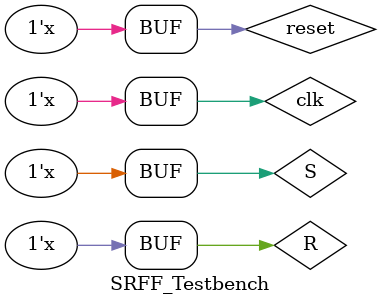
<source format=v>
`timescale 1ns / 1ps


module SRFF_Testbench;

	// Inputs
	reg S;
	reg R;
	reg clk;
	reg reset;

	// Outputs
	wire q;
	wire qb;

	// Instantiate the Unit Under Test (UUT)
	SRFF uut (
		.S(S), 
		.R(R), 
		.clk(clk), 
		.reset(reset), 
		.q(q), 
		.qb(qb)
	);

	initial begin
		// Initialize Inputs
		S = 0;
		R = 0;
		clk = 0;
		reset = 0;

		// Wait 100 ns for global reset to finish
		#100;
        
		// Add stimulus here

	end
    always
		begin
			S = ~S;
			#10;
		end
	always
		begin
			R = ~R;
			#20;
		end
	always
		begin
			clk = ~clk;
			#5;
		end
	always
		begin
			reset = ~reset;
			#40;
		end
endmodule


</source>
